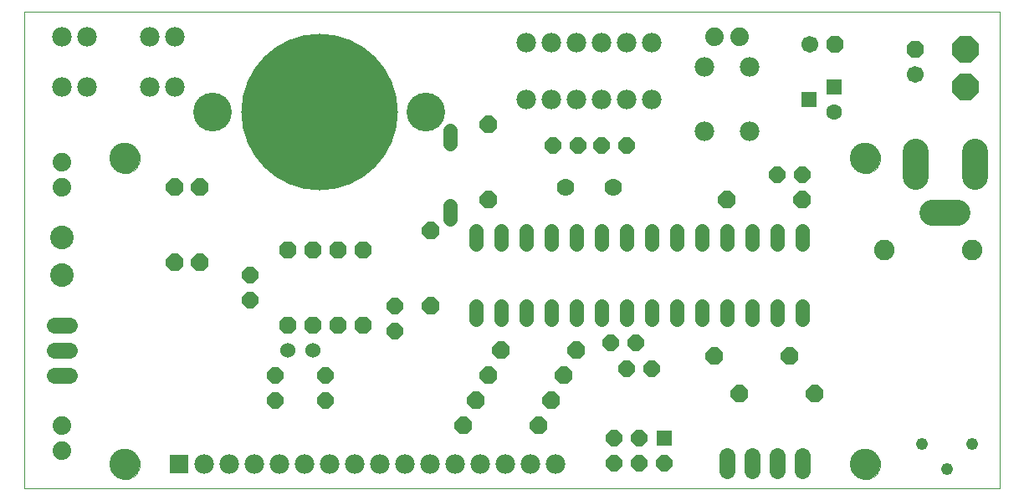
<source format=gbs>
G75*
%MOIN*%
%OFA0B0*%
%FSLAX24Y24*%
%IPPOS*%
%LPD*%
%AMOC8*
5,1,8,0,0,1.08239X$1,22.5*
%
%ADD10C,0.0000*%
%ADD11C,0.1540*%
%ADD12C,0.6240*%
%ADD13C,0.0560*%
%ADD14OC8,0.0670*%
%ADD15C,0.0600*%
%ADD16OC8,0.0700*%
%ADD17OC8,0.0640*%
%ADD18R,0.0640X0.0640*%
%ADD19C,0.0670*%
%ADD20C,0.0700*%
%ADD21C,0.0780*%
%ADD22C,0.0820*%
%ADD23C,0.1040*%
%ADD24R,0.0780X0.0780*%
%ADD25C,0.0640*%
%ADD26C,0.0740*%
%ADD27C,0.0630*%
%ADD28R,0.0630X0.0630*%
%ADD29OC8,0.1040*%
%ADD30C,0.1221*%
%ADD31C,0.0480*%
%ADD32C,0.0940*%
D10*
X000100Y000550D02*
X000100Y019546D01*
X038970Y019546D01*
X038970Y000550D01*
X000100Y000550D01*
X003509Y001500D02*
X003511Y001548D01*
X003517Y001596D01*
X003527Y001643D01*
X003540Y001689D01*
X003558Y001734D01*
X003578Y001778D01*
X003603Y001820D01*
X003631Y001859D01*
X003661Y001896D01*
X003695Y001930D01*
X003732Y001962D01*
X003770Y001991D01*
X003811Y002016D01*
X003854Y002038D01*
X003899Y002056D01*
X003945Y002070D01*
X003992Y002081D01*
X004040Y002088D01*
X004088Y002091D01*
X004136Y002090D01*
X004184Y002085D01*
X004232Y002076D01*
X004278Y002064D01*
X004323Y002047D01*
X004367Y002027D01*
X004409Y002004D01*
X004449Y001977D01*
X004487Y001947D01*
X004522Y001914D01*
X004554Y001878D01*
X004584Y001840D01*
X004610Y001799D01*
X004632Y001756D01*
X004652Y001712D01*
X004667Y001667D01*
X004679Y001620D01*
X004687Y001572D01*
X004691Y001524D01*
X004691Y001476D01*
X004687Y001428D01*
X004679Y001380D01*
X004667Y001333D01*
X004652Y001288D01*
X004632Y001244D01*
X004610Y001201D01*
X004584Y001160D01*
X004554Y001122D01*
X004522Y001086D01*
X004487Y001053D01*
X004449Y001023D01*
X004409Y000996D01*
X004367Y000973D01*
X004323Y000953D01*
X004278Y000936D01*
X004232Y000924D01*
X004184Y000915D01*
X004136Y000910D01*
X004088Y000909D01*
X004040Y000912D01*
X003992Y000919D01*
X003945Y000930D01*
X003899Y000944D01*
X003854Y000962D01*
X003811Y000984D01*
X003770Y001009D01*
X003732Y001038D01*
X003695Y001070D01*
X003661Y001104D01*
X003631Y001141D01*
X003603Y001180D01*
X003578Y001222D01*
X003558Y001266D01*
X003540Y001311D01*
X003527Y001357D01*
X003517Y001404D01*
X003511Y001452D01*
X003509Y001500D01*
X003509Y013700D02*
X003511Y013748D01*
X003517Y013796D01*
X003527Y013843D01*
X003540Y013889D01*
X003558Y013934D01*
X003578Y013978D01*
X003603Y014020D01*
X003631Y014059D01*
X003661Y014096D01*
X003695Y014130D01*
X003732Y014162D01*
X003770Y014191D01*
X003811Y014216D01*
X003854Y014238D01*
X003899Y014256D01*
X003945Y014270D01*
X003992Y014281D01*
X004040Y014288D01*
X004088Y014291D01*
X004136Y014290D01*
X004184Y014285D01*
X004232Y014276D01*
X004278Y014264D01*
X004323Y014247D01*
X004367Y014227D01*
X004409Y014204D01*
X004449Y014177D01*
X004487Y014147D01*
X004522Y014114D01*
X004554Y014078D01*
X004584Y014040D01*
X004610Y013999D01*
X004632Y013956D01*
X004652Y013912D01*
X004667Y013867D01*
X004679Y013820D01*
X004687Y013772D01*
X004691Y013724D01*
X004691Y013676D01*
X004687Y013628D01*
X004679Y013580D01*
X004667Y013533D01*
X004652Y013488D01*
X004632Y013444D01*
X004610Y013401D01*
X004584Y013360D01*
X004554Y013322D01*
X004522Y013286D01*
X004487Y013253D01*
X004449Y013223D01*
X004409Y013196D01*
X004367Y013173D01*
X004323Y013153D01*
X004278Y013136D01*
X004232Y013124D01*
X004184Y013115D01*
X004136Y013110D01*
X004088Y013109D01*
X004040Y013112D01*
X003992Y013119D01*
X003945Y013130D01*
X003899Y013144D01*
X003854Y013162D01*
X003811Y013184D01*
X003770Y013209D01*
X003732Y013238D01*
X003695Y013270D01*
X003661Y013304D01*
X003631Y013341D01*
X003603Y013380D01*
X003578Y013422D01*
X003558Y013466D01*
X003540Y013511D01*
X003527Y013557D01*
X003517Y013604D01*
X003511Y013652D01*
X003509Y013700D01*
X033009Y013700D02*
X033011Y013748D01*
X033017Y013796D01*
X033027Y013843D01*
X033040Y013889D01*
X033058Y013934D01*
X033078Y013978D01*
X033103Y014020D01*
X033131Y014059D01*
X033161Y014096D01*
X033195Y014130D01*
X033232Y014162D01*
X033270Y014191D01*
X033311Y014216D01*
X033354Y014238D01*
X033399Y014256D01*
X033445Y014270D01*
X033492Y014281D01*
X033540Y014288D01*
X033588Y014291D01*
X033636Y014290D01*
X033684Y014285D01*
X033732Y014276D01*
X033778Y014264D01*
X033823Y014247D01*
X033867Y014227D01*
X033909Y014204D01*
X033949Y014177D01*
X033987Y014147D01*
X034022Y014114D01*
X034054Y014078D01*
X034084Y014040D01*
X034110Y013999D01*
X034132Y013956D01*
X034152Y013912D01*
X034167Y013867D01*
X034179Y013820D01*
X034187Y013772D01*
X034191Y013724D01*
X034191Y013676D01*
X034187Y013628D01*
X034179Y013580D01*
X034167Y013533D01*
X034152Y013488D01*
X034132Y013444D01*
X034110Y013401D01*
X034084Y013360D01*
X034054Y013322D01*
X034022Y013286D01*
X033987Y013253D01*
X033949Y013223D01*
X033909Y013196D01*
X033867Y013173D01*
X033823Y013153D01*
X033778Y013136D01*
X033732Y013124D01*
X033684Y013115D01*
X033636Y013110D01*
X033588Y013109D01*
X033540Y013112D01*
X033492Y013119D01*
X033445Y013130D01*
X033399Y013144D01*
X033354Y013162D01*
X033311Y013184D01*
X033270Y013209D01*
X033232Y013238D01*
X033195Y013270D01*
X033161Y013304D01*
X033131Y013341D01*
X033103Y013380D01*
X033078Y013422D01*
X033058Y013466D01*
X033040Y013511D01*
X033027Y013557D01*
X033017Y013604D01*
X033011Y013652D01*
X033009Y013700D01*
X033009Y001500D02*
X033011Y001548D01*
X033017Y001596D01*
X033027Y001643D01*
X033040Y001689D01*
X033058Y001734D01*
X033078Y001778D01*
X033103Y001820D01*
X033131Y001859D01*
X033161Y001896D01*
X033195Y001930D01*
X033232Y001962D01*
X033270Y001991D01*
X033311Y002016D01*
X033354Y002038D01*
X033399Y002056D01*
X033445Y002070D01*
X033492Y002081D01*
X033540Y002088D01*
X033588Y002091D01*
X033636Y002090D01*
X033684Y002085D01*
X033732Y002076D01*
X033778Y002064D01*
X033823Y002047D01*
X033867Y002027D01*
X033909Y002004D01*
X033949Y001977D01*
X033987Y001947D01*
X034022Y001914D01*
X034054Y001878D01*
X034084Y001840D01*
X034110Y001799D01*
X034132Y001756D01*
X034152Y001712D01*
X034167Y001667D01*
X034179Y001620D01*
X034187Y001572D01*
X034191Y001524D01*
X034191Y001476D01*
X034187Y001428D01*
X034179Y001380D01*
X034167Y001333D01*
X034152Y001288D01*
X034132Y001244D01*
X034110Y001201D01*
X034084Y001160D01*
X034054Y001122D01*
X034022Y001086D01*
X033987Y001053D01*
X033949Y001023D01*
X033909Y000996D01*
X033867Y000973D01*
X033823Y000953D01*
X033778Y000936D01*
X033732Y000924D01*
X033684Y000915D01*
X033636Y000910D01*
X033588Y000909D01*
X033540Y000912D01*
X033492Y000919D01*
X033445Y000930D01*
X033399Y000944D01*
X033354Y000962D01*
X033311Y000984D01*
X033270Y001009D01*
X033232Y001038D01*
X033195Y001070D01*
X033161Y001104D01*
X033131Y001141D01*
X033103Y001180D01*
X033078Y001222D01*
X033058Y001266D01*
X033040Y001311D01*
X033027Y001357D01*
X033017Y001404D01*
X033011Y001452D01*
X033009Y001500D01*
D11*
X016100Y015550D03*
X007600Y015550D03*
D12*
X011850Y015550D03*
D13*
X017050Y014810D02*
X017050Y014290D01*
X017050Y011810D02*
X017050Y011290D01*
X018100Y010810D02*
X018100Y010290D01*
X019100Y010290D02*
X019100Y010810D01*
X020100Y010810D02*
X020100Y010290D01*
X021100Y010290D02*
X021100Y010810D01*
X022100Y010810D02*
X022100Y010290D01*
X023100Y010290D02*
X023100Y010810D01*
X024100Y010810D02*
X024100Y010290D01*
X025100Y010290D02*
X025100Y010810D01*
X026100Y010810D02*
X026100Y010290D01*
X027100Y010290D02*
X027100Y010810D01*
X028100Y010810D02*
X028100Y010290D01*
X029100Y010290D02*
X029100Y010810D01*
X030100Y010810D02*
X030100Y010290D01*
X031100Y010290D02*
X031100Y010810D01*
X031100Y007810D02*
X031100Y007290D01*
X030100Y007290D02*
X030100Y007810D01*
X029100Y007810D02*
X029100Y007290D01*
X028100Y007290D02*
X028100Y007810D01*
X027100Y007810D02*
X027100Y007290D01*
X026100Y007290D02*
X026100Y007810D01*
X025100Y007810D02*
X025100Y007290D01*
X024100Y007290D02*
X024100Y007810D01*
X023100Y007810D02*
X023100Y007290D01*
X022100Y007290D02*
X022100Y007810D01*
X021100Y007810D02*
X021100Y007290D01*
X020100Y007290D02*
X020100Y007810D01*
X019100Y007810D02*
X019100Y007290D01*
X018100Y007290D02*
X018100Y007810D01*
D14*
X013600Y007050D03*
X012600Y007050D03*
X011600Y007050D03*
X010600Y007050D03*
X010600Y010050D03*
X011600Y010050D03*
X012600Y010050D03*
X013600Y010050D03*
X032400Y018250D03*
X035600Y018050D03*
D15*
X011600Y006050D03*
X010600Y006050D03*
D16*
X016300Y007800D03*
X019100Y006050D03*
X018600Y005050D03*
X018100Y004050D03*
X017600Y003050D03*
X020600Y003050D03*
X021100Y004050D03*
X021600Y005050D03*
X022100Y006050D03*
X027600Y005800D03*
X030600Y005800D03*
X031600Y004300D03*
X028600Y004300D03*
X016300Y010800D03*
X018600Y012050D03*
X018600Y015050D03*
X028100Y012050D03*
X031100Y012050D03*
X007100Y012550D03*
X006100Y012550D03*
X006100Y009550D03*
X007100Y009550D03*
D17*
X009100Y009050D03*
X009100Y008050D03*
X014850Y007800D03*
X014850Y006800D03*
X012100Y005050D03*
X012100Y004050D03*
X010100Y004050D03*
X010100Y005050D03*
X023450Y006350D03*
X024450Y006350D03*
X024100Y005300D03*
X025100Y005300D03*
X024600Y002550D03*
X023600Y002550D03*
X023600Y001550D03*
X024600Y001550D03*
X025600Y001550D03*
X030100Y013050D03*
X031100Y013050D03*
X024100Y014200D03*
X023100Y014200D03*
X022150Y014200D03*
X021150Y014200D03*
D18*
X025600Y002550D03*
D19*
X035600Y017050D03*
X031400Y018250D03*
D20*
X023550Y012550D03*
X021650Y012550D03*
D21*
X027210Y014770D03*
X028990Y014770D03*
X025100Y016050D03*
X024100Y016050D03*
X023100Y016050D03*
X022100Y016050D03*
X021100Y016050D03*
X020100Y016050D03*
X020100Y018300D03*
X021100Y018300D03*
X022100Y018300D03*
X023100Y018300D03*
X024100Y018300D03*
X025100Y018300D03*
X027210Y017330D03*
X028990Y017330D03*
X006100Y016550D03*
X005100Y016550D03*
X002600Y016550D03*
X001600Y016550D03*
X001600Y018550D03*
X002600Y018550D03*
X005100Y018550D03*
X006100Y018550D03*
X007252Y001498D03*
X008252Y001498D03*
X009252Y001498D03*
X010252Y001498D03*
X011252Y001498D03*
X012252Y001498D03*
X013252Y001498D03*
X014252Y001498D03*
X015252Y001498D03*
X016252Y001498D03*
X017252Y001498D03*
X018252Y001498D03*
X019252Y001498D03*
X020252Y001498D03*
X021252Y001498D03*
D22*
X034350Y010050D03*
X037850Y010050D03*
D23*
X037269Y011542D02*
X036269Y011542D01*
X035588Y012971D02*
X035588Y013971D01*
X037950Y013971D02*
X037950Y012971D01*
D24*
X006252Y001498D03*
D25*
X001900Y005050D02*
X001300Y005050D01*
X001300Y006050D02*
X001900Y006050D01*
X001900Y007050D02*
X001300Y007050D01*
X028100Y001850D02*
X028100Y001250D01*
X029100Y001250D02*
X029100Y001850D01*
X030100Y001850D02*
X030100Y001250D01*
X031100Y001250D02*
X031100Y001850D01*
D26*
X001600Y002050D03*
X001600Y003050D03*
X001600Y012550D03*
X001600Y013550D03*
X027600Y018550D03*
X028600Y018550D03*
D27*
X032350Y015550D03*
D28*
X031350Y016050D03*
X032350Y016550D03*
D29*
X037600Y016550D03*
X037600Y018050D03*
D30*
X033600Y013700D03*
X033600Y001500D03*
X004100Y001500D03*
X004100Y013700D03*
D31*
X035850Y002300D03*
X037850Y002300D03*
X036850Y001300D03*
D32*
X001600Y009050D03*
X001606Y010550D03*
M02*

</source>
